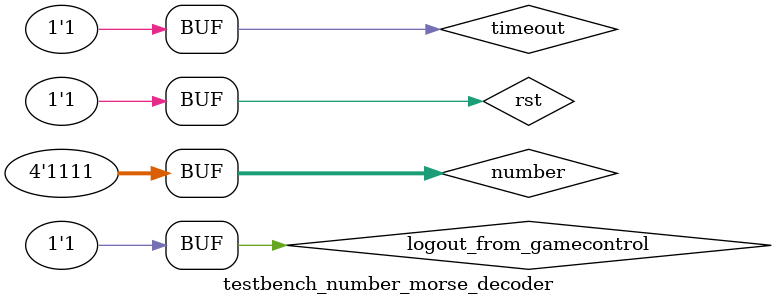
<source format=v>
`timescale 1 ns/100 ps
module testbench_number_morse_decoder();
   reg [3:0] number;
   reg logout_from_gamecontrol, timeout, rst; 
   wire [6:0] display0; 
   wire [6:0] display1; 
   wire [6:0] display2; 
   wire [6:0] display3; 
   wire [6:0] display4;
 
   number_morse_decoder DUT_number_morse_decoder(number, logout_from_gamecontrol, timeout, rst, display0, display1, display2, display3, display4); 

   initial begin
      number = 4'b0000; 
      logout_from_gamecontrol = 1'b0;
      timeout = 1'b0; 
      rst = 1'b1; 
 
      #50 rst = 1'b0;
      #50 rst = 1'b1;
      
      #100 number = 4'b1001; 
      #100 number = 4'b1100; 
      #100 number = 4'b0101; 
      #100 number = 4'b0111; 
      
      #100 timeout = 1'b1; 

      #100 number = 4'b1110;
      #100 number = 4'b1000;

      #100 logout_from_gamecontrol = 1'b1; 
      #100 number = 4'b1111;
   end
endmodule 

</source>
